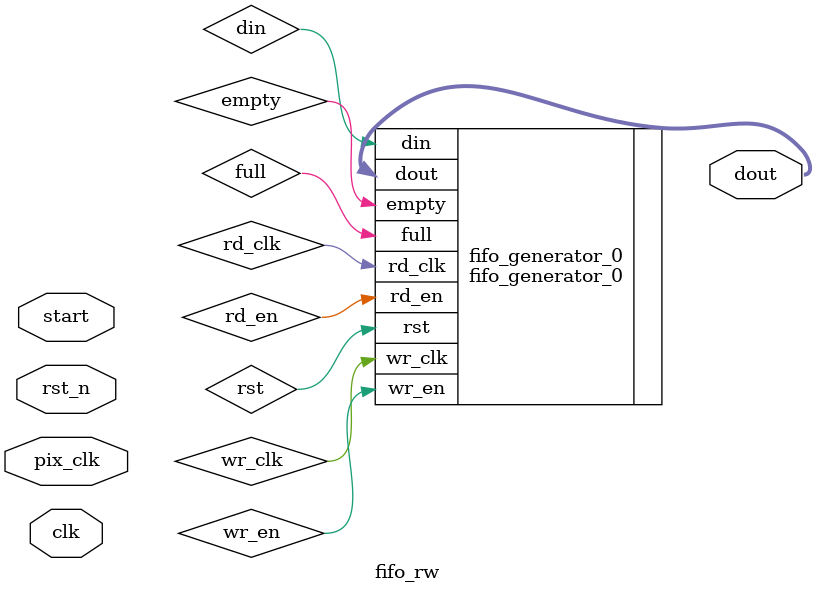
<source format=v>
`timescale 1ns / 1ps


module fifo_rw(
    input wire pix_clk,
    input wire clk,
    input wire rst_n,
    input wire start,
    output wire [63:0] dout
    );

    img_rom img_rom (
        .clka(pix_clk), // input wire clka 25M
        .addra(addra),  // input wire [17 : 0] addra
        .douta(douta)   // output wire [3 : 0] douta
    );

    fifo_generator_0 fifo_generator_0 (
      .rst(rst),        // input wire rst  25M
      .wr_clk(wr_clk),  // input wire wr_clk
      .rd_clk(rd_clk),  // input wire rd_clk
      .din(din),        // input wire [15 : 0] din
      .wr_en(wr_en),    // input wire wr_en
      .rd_en(rd_en),    // input wire rd_en
      .dout(dout),      // output wire [63 : 0] dout
      .full(full),      // output wire full
      .empty(empty)    // output wire empty
    );

endmodule

</source>
